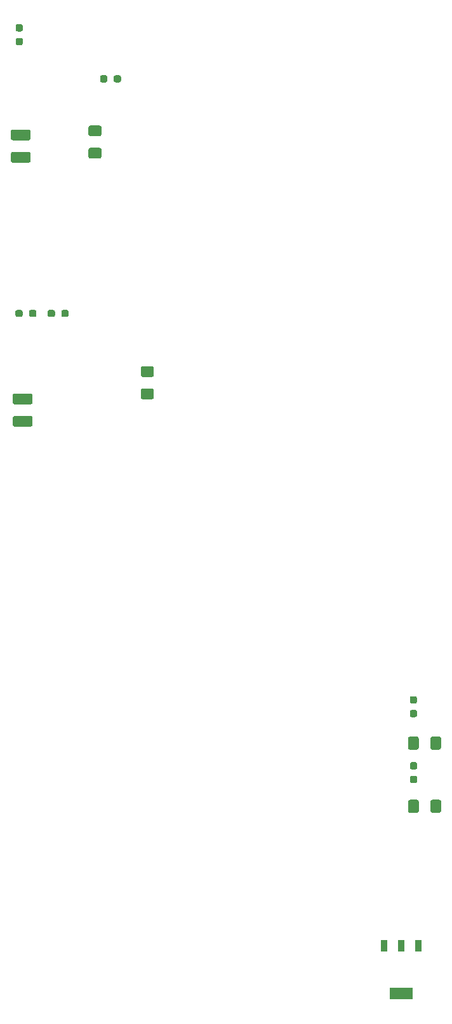
<source format=gbr>
%TF.GenerationSoftware,KiCad,Pcbnew,(5.1.10-1-10_14)*%
%TF.CreationDate,2021-10-16T18:52:24-04:00*%
%TF.ProjectId,CC_PCB_V1,43435f50-4342-45f5-9631-2e6b69636164,10/13/2021*%
%TF.SameCoordinates,Original*%
%TF.FileFunction,Paste,Top*%
%TF.FilePolarity,Positive*%
%FSLAX46Y46*%
G04 Gerber Fmt 4.6, Leading zero omitted, Abs format (unit mm)*
G04 Created by KiCad (PCBNEW (5.1.10-1-10_14)) date 2021-10-16 18:52:24*
%MOMM*%
%LPD*%
G01*
G04 APERTURE LIST*
%ADD10R,3.098800X1.600200*%
%ADD11R,0.838200X1.600200*%
G04 APERTURE END LIST*
%TO.C,R6*%
G36*
G01*
X137321300Y-115221200D02*
X136846300Y-115221200D01*
G75*
G02*
X136608800Y-114983700I0J237500D01*
G01*
X136608800Y-114483700D01*
G75*
G02*
X136846300Y-114246200I237500J0D01*
G01*
X137321300Y-114246200D01*
G75*
G02*
X137558800Y-114483700I0J-237500D01*
G01*
X137558800Y-114983700D01*
G75*
G02*
X137321300Y-115221200I-237500J0D01*
G01*
G37*
G36*
G01*
X137321300Y-117046200D02*
X136846300Y-117046200D01*
G75*
G02*
X136608800Y-116808700I0J237500D01*
G01*
X136608800Y-116308700D01*
G75*
G02*
X136846300Y-116071200I237500J0D01*
G01*
X137321300Y-116071200D01*
G75*
G02*
X137558800Y-116308700I0J-237500D01*
G01*
X137558800Y-116808700D01*
G75*
G02*
X137321300Y-117046200I-237500J0D01*
G01*
G37*
%TD*%
%TO.C,R5*%
G36*
G01*
X137346700Y-124007700D02*
X136871700Y-124007700D01*
G75*
G02*
X136634200Y-123770200I0J237500D01*
G01*
X136634200Y-123270200D01*
G75*
G02*
X136871700Y-123032700I237500J0D01*
G01*
X137346700Y-123032700D01*
G75*
G02*
X137584200Y-123270200I0J-237500D01*
G01*
X137584200Y-123770200D01*
G75*
G02*
X137346700Y-124007700I-237500J0D01*
G01*
G37*
G36*
G01*
X137346700Y-125832700D02*
X136871700Y-125832700D01*
G75*
G02*
X136634200Y-125595200I0J237500D01*
G01*
X136634200Y-125095200D01*
G75*
G02*
X136871700Y-124857700I237500J0D01*
G01*
X137346700Y-124857700D01*
G75*
G02*
X137584200Y-125095200I0J-237500D01*
G01*
X137584200Y-125595200D01*
G75*
G02*
X137346700Y-125832700I-237500J0D01*
G01*
G37*
%TD*%
%TO.C,D6*%
G36*
G01*
X137796300Y-119872600D02*
X137796300Y-121122600D01*
G75*
G02*
X137546300Y-121372600I-250000J0D01*
G01*
X136621300Y-121372600D01*
G75*
G02*
X136371300Y-121122600I0J250000D01*
G01*
X136371300Y-119872600D01*
G75*
G02*
X136621300Y-119622600I250000J0D01*
G01*
X137546300Y-119622600D01*
G75*
G02*
X137796300Y-119872600I0J-250000D01*
G01*
G37*
G36*
G01*
X140771300Y-119872600D02*
X140771300Y-121122600D01*
G75*
G02*
X140521300Y-121372600I-250000J0D01*
G01*
X139596300Y-121372600D01*
G75*
G02*
X139346300Y-121122600I0J250000D01*
G01*
X139346300Y-119872600D01*
G75*
G02*
X139596300Y-119622600I250000J0D01*
G01*
X140521300Y-119622600D01*
G75*
G02*
X140771300Y-119872600I0J-250000D01*
G01*
G37*
%TD*%
%TO.C,D5*%
G36*
G01*
X137807400Y-128280000D02*
X137807400Y-129530000D01*
G75*
G02*
X137557400Y-129780000I-250000J0D01*
G01*
X136632400Y-129780000D01*
G75*
G02*
X136382400Y-129530000I0J250000D01*
G01*
X136382400Y-128280000D01*
G75*
G02*
X136632400Y-128030000I250000J0D01*
G01*
X137557400Y-128030000D01*
G75*
G02*
X137807400Y-128280000I0J-250000D01*
G01*
G37*
G36*
G01*
X140782400Y-128280000D02*
X140782400Y-129530000D01*
G75*
G02*
X140532400Y-129780000I-250000J0D01*
G01*
X139607400Y-129780000D01*
G75*
G02*
X139357400Y-129530000I0J250000D01*
G01*
X139357400Y-128280000D01*
G75*
G02*
X139607400Y-128030000I250000J0D01*
G01*
X140532400Y-128030000D01*
G75*
G02*
X140782400Y-128280000I0J-250000D01*
G01*
G37*
%TD*%
%TO.C,R4*%
G36*
G01*
X84975000Y-63062500D02*
X84975000Y-63537500D01*
G75*
G02*
X84737500Y-63775000I-237500J0D01*
G01*
X84237500Y-63775000D01*
G75*
G02*
X84000000Y-63537500I0J237500D01*
G01*
X84000000Y-63062500D01*
G75*
G02*
X84237500Y-62825000I237500J0D01*
G01*
X84737500Y-62825000D01*
G75*
G02*
X84975000Y-63062500I0J-237500D01*
G01*
G37*
G36*
G01*
X86800000Y-63062500D02*
X86800000Y-63537500D01*
G75*
G02*
X86562500Y-63775000I-237500J0D01*
G01*
X86062500Y-63775000D01*
G75*
G02*
X85825000Y-63537500I0J237500D01*
G01*
X85825000Y-63062500D01*
G75*
G02*
X86062500Y-62825000I237500J0D01*
G01*
X86562500Y-62825000D01*
G75*
G02*
X86800000Y-63062500I0J-237500D01*
G01*
G37*
%TD*%
%TO.C,R3*%
G36*
G01*
X96262000Y-31830000D02*
X96262000Y-32305000D01*
G75*
G02*
X96024500Y-32542500I-237500J0D01*
G01*
X95524500Y-32542500D01*
G75*
G02*
X95287000Y-32305000I0J237500D01*
G01*
X95287000Y-31830000D01*
G75*
G02*
X95524500Y-31592500I237500J0D01*
G01*
X96024500Y-31592500D01*
G75*
G02*
X96262000Y-31830000I0J-237500D01*
G01*
G37*
G36*
G01*
X98087000Y-31830000D02*
X98087000Y-32305000D01*
G75*
G02*
X97849500Y-32542500I-237500J0D01*
G01*
X97349500Y-32542500D01*
G75*
G02*
X97112000Y-32305000I0J237500D01*
G01*
X97112000Y-31830000D01*
G75*
G02*
X97349500Y-31592500I237500J0D01*
G01*
X97849500Y-31592500D01*
G75*
G02*
X98087000Y-31830000I0J-237500D01*
G01*
G37*
%TD*%
%TO.C,R2*%
G36*
G01*
X89275000Y-63062500D02*
X89275000Y-63537500D01*
G75*
G02*
X89037500Y-63775000I-237500J0D01*
G01*
X88537500Y-63775000D01*
G75*
G02*
X88300000Y-63537500I0J237500D01*
G01*
X88300000Y-63062500D01*
G75*
G02*
X88537500Y-62825000I237500J0D01*
G01*
X89037500Y-62825000D01*
G75*
G02*
X89275000Y-63062500I0J-237500D01*
G01*
G37*
G36*
G01*
X91100000Y-63062500D02*
X91100000Y-63537500D01*
G75*
G02*
X90862500Y-63775000I-237500J0D01*
G01*
X90362500Y-63775000D01*
G75*
G02*
X90125000Y-63537500I0J237500D01*
G01*
X90125000Y-63062500D01*
G75*
G02*
X90362500Y-62825000I237500J0D01*
G01*
X90862500Y-62825000D01*
G75*
G02*
X91100000Y-63062500I0J-237500D01*
G01*
G37*
%TD*%
%TO.C,R1*%
G36*
G01*
X84281000Y-26610500D02*
X84756000Y-26610500D01*
G75*
G02*
X84993500Y-26848000I0J-237500D01*
G01*
X84993500Y-27348000D01*
G75*
G02*
X84756000Y-27585500I-237500J0D01*
G01*
X84281000Y-27585500D01*
G75*
G02*
X84043500Y-27348000I0J237500D01*
G01*
X84043500Y-26848000D01*
G75*
G02*
X84281000Y-26610500I237500J0D01*
G01*
G37*
G36*
G01*
X84281000Y-24785500D02*
X84756000Y-24785500D01*
G75*
G02*
X84993500Y-25023000I0J-237500D01*
G01*
X84993500Y-25523000D01*
G75*
G02*
X84756000Y-25760500I-237500J0D01*
G01*
X84281000Y-25760500D01*
G75*
G02*
X84043500Y-25523000I0J237500D01*
G01*
X84043500Y-25023000D01*
G75*
G02*
X84281000Y-24785500I237500J0D01*
G01*
G37*
%TD*%
%TO.C,D4*%
G36*
G01*
X86038000Y-75388500D02*
X83888000Y-75388500D01*
G75*
G02*
X83638000Y-75138500I0J250000D01*
G01*
X83638000Y-74213500D01*
G75*
G02*
X83888000Y-73963500I250000J0D01*
G01*
X86038000Y-73963500D01*
G75*
G02*
X86288000Y-74213500I0J-250000D01*
G01*
X86288000Y-75138500D01*
G75*
G02*
X86038000Y-75388500I-250000J0D01*
G01*
G37*
G36*
G01*
X86038000Y-78363500D02*
X83888000Y-78363500D01*
G75*
G02*
X83638000Y-78113500I0J250000D01*
G01*
X83638000Y-77188500D01*
G75*
G02*
X83888000Y-76938500I250000J0D01*
G01*
X86038000Y-76938500D01*
G75*
G02*
X86288000Y-77188500I0J-250000D01*
G01*
X86288000Y-78113500D01*
G75*
G02*
X86038000Y-78363500I-250000J0D01*
G01*
G37*
%TD*%
%TO.C,D3*%
G36*
G01*
X85784000Y-40246000D02*
X83634000Y-40246000D01*
G75*
G02*
X83384000Y-39996000I0J250000D01*
G01*
X83384000Y-39071000D01*
G75*
G02*
X83634000Y-38821000I250000J0D01*
G01*
X85784000Y-38821000D01*
G75*
G02*
X86034000Y-39071000I0J-250000D01*
G01*
X86034000Y-39996000D01*
G75*
G02*
X85784000Y-40246000I-250000J0D01*
G01*
G37*
G36*
G01*
X85784000Y-43221000D02*
X83634000Y-43221000D01*
G75*
G02*
X83384000Y-42971000I0J250000D01*
G01*
X83384000Y-42046000D01*
G75*
G02*
X83634000Y-41796000I250000J0D01*
G01*
X85784000Y-41796000D01*
G75*
G02*
X86034000Y-42046000I0J-250000D01*
G01*
X86034000Y-42971000D01*
G75*
G02*
X85784000Y-43221000I-250000J0D01*
G01*
G37*
%TD*%
%TO.C,D2*%
G36*
G01*
X102225000Y-71742000D02*
X100975000Y-71742000D01*
G75*
G02*
X100725000Y-71492000I0J250000D01*
G01*
X100725000Y-70567000D01*
G75*
G02*
X100975000Y-70317000I250000J0D01*
G01*
X102225000Y-70317000D01*
G75*
G02*
X102475000Y-70567000I0J-250000D01*
G01*
X102475000Y-71492000D01*
G75*
G02*
X102225000Y-71742000I-250000J0D01*
G01*
G37*
G36*
G01*
X102225000Y-74717000D02*
X100975000Y-74717000D01*
G75*
G02*
X100725000Y-74467000I0J250000D01*
G01*
X100725000Y-73542000D01*
G75*
G02*
X100975000Y-73292000I250000J0D01*
G01*
X102225000Y-73292000D01*
G75*
G02*
X102475000Y-73542000I0J-250000D01*
G01*
X102475000Y-74467000D01*
G75*
G02*
X102225000Y-74717000I-250000J0D01*
G01*
G37*
%TD*%
%TO.C,D1*%
G36*
G01*
X95240000Y-39701500D02*
X93990000Y-39701500D01*
G75*
G02*
X93740000Y-39451500I0J250000D01*
G01*
X93740000Y-38526500D01*
G75*
G02*
X93990000Y-38276500I250000J0D01*
G01*
X95240000Y-38276500D01*
G75*
G02*
X95490000Y-38526500I0J-250000D01*
G01*
X95490000Y-39451500D01*
G75*
G02*
X95240000Y-39701500I-250000J0D01*
G01*
G37*
G36*
G01*
X95240000Y-42676500D02*
X93990000Y-42676500D01*
G75*
G02*
X93740000Y-42426500I0J250000D01*
G01*
X93740000Y-41501500D01*
G75*
G02*
X93990000Y-41251500I250000J0D01*
G01*
X95240000Y-41251500D01*
G75*
G02*
X95490000Y-41501500I0J-250000D01*
G01*
X95490000Y-42426500D01*
G75*
G02*
X95240000Y-42676500I-250000J0D01*
G01*
G37*
%TD*%
D10*
%TO.C,U2*%
X135458200Y-153835100D03*
D11*
X133146800Y-147434300D03*
X135458200Y-147434300D03*
X137769600Y-147434300D03*
%TD*%
M02*

</source>
